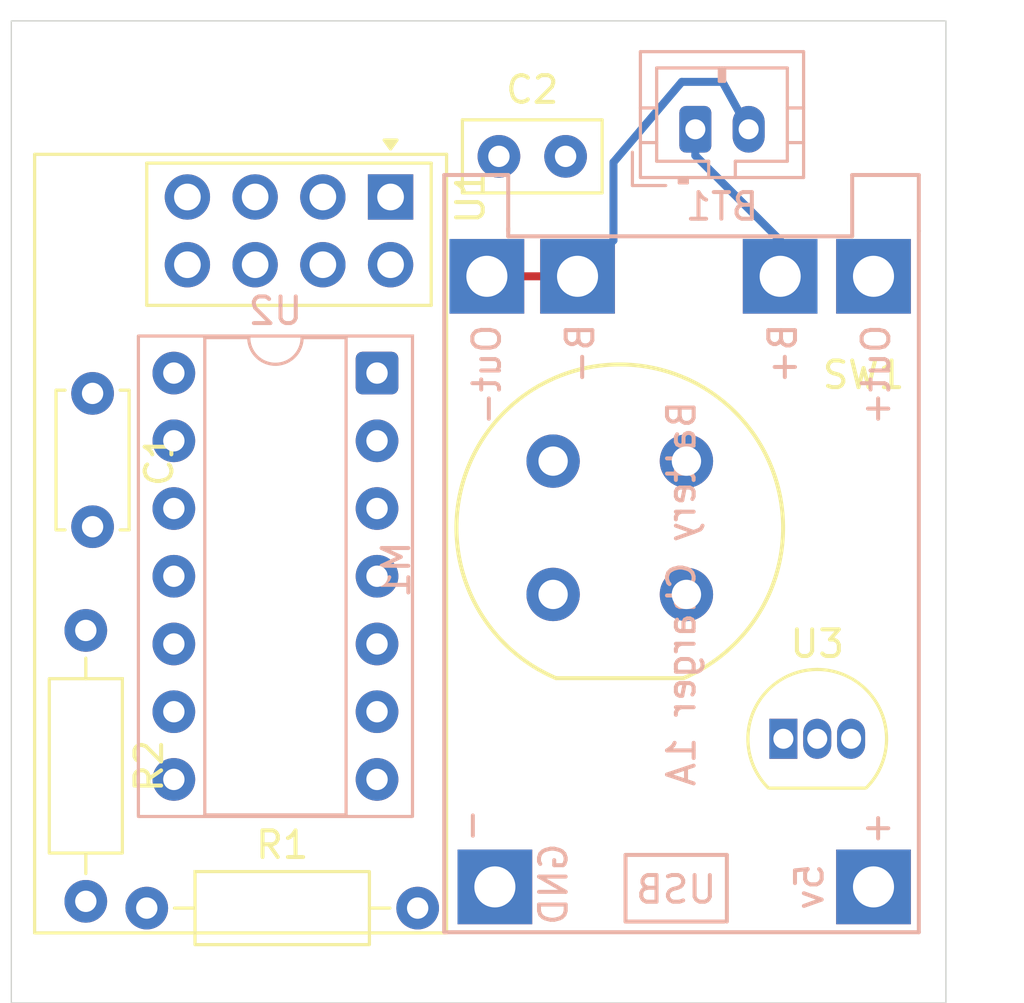
<source format=kicad_pcb>
(kicad_pcb (version 20241229) (generator "pcbnew") (generator_version "9.0")
  (title_block (title "nRF24 Button") (date "2025-12-19") (rev "1.0"))
  (layers (0 "F.Cu" signal) (2 "B.Cu" signal) (13 "F.Paste" user) (15 "B.Paste" user) (5 "F.SilkS" user "F.Silkscreen") (7 "B.SilkS" user "B.Silkscreen") (1 "F.Mask" user) (3 "B.Mask" user) (25 "Edge.Cuts" user))
  (net 0 "")
  (net 3 "Net-(BT1--)")
  (net 5 "Net-(BT1-+)")
  (net 10 "Net-(U1-VCC)")
  (net 11 "Net-(M1-Out+)")
  (net 12 "Net-(U2-AREF{slash}PA0)")
  (net 13 "Net-(U1-CE)")
  (net 14 "Net-(U1-~{CSN})")
  (net 15 "Net-(U1-MOSI)")
  (net 16 "Net-(U1-SCK)")
  (net 17 "Net-(U1-MISO)")
  (net 20 "Net-(U2-PA3)")
  (footprint "Resistor_THT:R_Axial_DIN0207_L6.3mm_D2.5mm_P10.16mm_Horizontal" (layer "F.Cu") (at 120.396 123.19 -90)
    (property "Reference" "R2" (at 5.08 -2.37 90) (layer "F.SilkS"))
    (property "Value" "100k")
    (fp_line (start 1.04 0) (end 1.81 0) (stroke (width 0.12)) (layer "F.SilkS"))
    (fp_line (start 9.12 0) (end 8.35 0) (stroke (width 0.12)) (layer "F.SilkS"))
    (fp_rect (start 1.81 -1.37) (end 8.35 1.37) (stroke (width 0.12)) (fill no) (layer "F.SilkS"))
    (pad "1" thru_hole circle (at 0 0 270) (size 1.6 1.6) (drill 0.8) (layers "*.Cu" "*.Mask") (net 12 "Net-(U2-AREF{slash}PA0)"))
    (pad "2" thru_hole circle (at 10.16 0 270) (size 1.6 1.6) (drill 0.8) (layers "*.Cu" "*.Mask") (net 3 "Net-(BT1--)"))
  )
  (footprint "RF_Module:nRF24L01_Breakout" (layer "F.Cu") (at 131.826 106.934 -90)
    (property "Reference" "U1" (at 0 -3 90) (layer "F.SilkS"))
    (property "Value" "NRF24L01")
    (fp_line (start -1.6 13.35) (end -1.6 -2.1) (stroke (width 0.12)) (layer "F.SilkS"))
    (fp_line (start 27.6 13.35) (end -1.6 13.35) (stroke (width 0.12)) (layer "F.SilkS"))
    (fp_line (start -1.27 9.144) (end -1.27 9.144) (stroke (width 0.12)) (layer "F.SilkS"))
    (fp_line (start -1.27 9.144) (end -1.27 -1.524) (stroke (width 0.12)) (layer "F.SilkS"))
    (fp_line (start 4.064 9.144) (end -1.27 9.144) (stroke (width 0.12)) (layer "F.SilkS"))
    (fp_line (start -1.27 -1.524) (end -1.27 -1.524) (stroke (width 0.12)) (layer "F.SilkS"))
    (fp_line (start -1.27 -1.524) (end 4.064 -1.524) (stroke (width 0.12)) (layer "F.SilkS"))
    (fp_line (start 4.064 -1.524) (end 4.064 9.144) (stroke (width 0.12)) (layer "F.SilkS"))
    (fp_line (start -1.6 -2.1) (end -1.6 -2.1) (stroke (width 0.12)) (layer "F.SilkS"))
    (fp_line (start -1.6 -2.1) (end 27.6 -2.1) (stroke (width 0.12)) (layer "F.SilkS"))
    (fp_line (start 27.6 -2.1) (end 27.6 13.35) (stroke (width 0.12)) (layer "F.SilkS"))
    (fp_poly (pts (xy -1.8 0) (xy -2.136 0.24) (xy -2.136 -0.24) (xy -1.8 0)) (stroke (width 0.12)) (fill yes) (layer "F.SilkS"))
    (pad "1" thru_hole rect (at 0 0 270) (size 1.7 1.7) (drill 1) (layers "*.Cu" "*.Mask") (net 3 "Net-(BT1--)"))
    (pad "2" thru_hole circle (at 2.54 0 270) (size 1.7 1.7) (drill 1) (layers "*.Cu" "*.Mask") (net 10 "Net-(U1-VCC)"))
    (pad "3" thru_hole circle (at 0 2.54 270) (size 1.7 1.7) (drill 1) (layers "*.Cu" "*.Mask") (net 13 "Net-(U1-CE)"))
    (pad "4" thru_hole circle (at 2.54 2.54 270) (size 1.7 1.7) (drill 1) (layers "*.Cu" "*.Mask") (net 14 "Net-(U1-~{CSN})"))
    (pad "5" thru_hole circle (at 0 5.08 270) (size 1.7 1.7) (drill 1) (layers "*.Cu" "*.Mask") (net 16 "Net-(U1-SCK)"))
    (pad "6" thru_hole circle (at 2.54 5.08 270) (size 1.7 1.7) (drill 1) (layers "*.Cu" "*.Mask") (net 15 "Net-(U1-MOSI)"))
    (pad "7" thru_hole circle (at 0 7.62 270) (size 1.7 1.7) (drill 1) (layers "*.Cu" "*.Mask") (net 17 "Net-(U1-MISO)"))
    (pad "8" thru_hole circle (at 2.54 7.62 270) (size 1.7 1.7) (drill 1) (layers "*.Cu" "*.Mask"))
  )
  (footprint "Resistor_THT:R_Axial_DIN0207_L6.3mm_D2.5mm_P10.16mm_Horizontal" (layer "F.Cu") (at 122.682 133.604)
    (property "Reference" "R1" (at 5.08 -2.37 0) (layer "F.SilkS"))
    (property "Value" "R")
    (fp_line (start 1.04 0) (end 1.81 0) (stroke (width 0.12)) (layer "F.SilkS"))
    (fp_line (start 9.12 0) (end 8.35 0) (stroke (width 0.12)) (layer "F.SilkS"))
    (fp_rect (start 1.81 -1.37) (end 8.35 1.37) (stroke (width 0.12)) (fill no) (layer "F.SilkS"))
    (pad "1" thru_hole circle (at 0 0) (size 1.6 1.6) (drill 0.8) (layers "*.Cu" "*.Mask") (net 11 "Net-(M1-Out+)"))
    (pad "2" thru_hole circle (at 10.16 0) (size 1.6 1.6) (drill 0.8) (layers "*.Cu" "*.Mask") (net 12 "Net-(U2-AREF{slash}PA0)"))
  )
  (footprint "Button_Switch_THT:Push_E-Switch_KS01Q01" (layer "F.Cu") (at 137.922 116.84)
    (property "Reference" "SW1" (at 11.644 -3.23 0) (layer "F.SilkS"))
    (property "Value" "SW_Push_Dual")
    (fp_line (start 4.89 8.14) (end 0.11 8.14) (stroke (width 0.15)) (layer "F.SilkS"))
    (fp_arc (start 0.11 8.14) (mid 2.496283 -3.625495) (end 4.896843 8.137095) (stroke (width 0.15)) (layer "F.SilkS"))
    (pad "1" thru_hole circle (at 0 0) (size 2 2) (drill 1.1) (layers "*.Cu" "*.Mask"))
    (pad "2" thru_hole circle (at 5 0) (size 2 2) (drill 1.1) (layers "*.Cu" "*.Mask"))
    (pad "3" thru_hole circle (at 0 5) (size 2 2) (drill 1.1) (layers "*.Cu" "*.Mask") (net 3 "Net-(BT1--)"))
    (pad "4" thru_hole circle (at 5 5) (size 2 2) (drill 1.1) (layers "*.Cu" "*.Mask") (net 20 "Net-(U2-PA3)"))
  )
  (footprint "Capacitor_THT:C_Disc_D5.0mm_W2.5mm_P5.00mm" (layer "F.Cu") (at 120.65 114.3 -90)
    (property "Reference" "C1" (at 2.5 -2.5 90) (layer "F.SilkS"))
    (property "Value" "2.2uF")
    (fp_line (start -0.12 1.37) (end -0.12 1.033) (stroke (width 0.12)) (layer "F.SilkS"))
    (fp_line (start 5.12 1.37) (end -0.12 1.37) (stroke (width 0.12)) (layer "F.SilkS"))
    (fp_line (start 5.12 1.033) (end 5.12 1.37) (stroke (width 0.12)) (layer "F.SilkS"))
    (fp_line (start -0.12 -1.033) (end -0.12 -1.37) (stroke (width 0.12)) (layer "F.SilkS"))
    (fp_line (start -0.12 -1.37) (end 5.12 -1.37) (stroke (width 0.12)) (layer "F.SilkS"))
    (fp_line (start 5.12 -1.37) (end 5.12 -1.033) (stroke (width 0.12)) (layer "F.SilkS"))
    (pad "1" thru_hole circle (at 0 0 270) (size 1.6 1.6) (drill 0.8) (layers "*.Cu" "*.Mask") (net 3 "Net-(BT1--)"))
    (pad "2" thru_hole circle (at 5 0 270) (size 1.6 1.6) (drill 0.8) (layers "*.Cu" "*.Mask") (net 10 "Net-(U1-VCC)"))
  )
  (footprint "Package_TO_SOT_THT:TO-92_Inline" (layer "F.Cu") (at 146.558 127.254)
    (property "Reference" "U3" (at 1.27 -3.56 0) (layer "F.SilkS"))
    (property "Value" "MCP1700x-330xxTO")
    (fp_line (start -0.53 1.85) (end 3.07 1.85) (stroke (width 0.12)) (layer "F.SilkS"))
    (fp_arc (start -0.568478 1.838478) (mid -1.132087 -0.994977) (end 1.27 -2.6) (stroke (width 0.12)) (layer "F.SilkS"))
    (fp_arc (start 1.27 -2.6) (mid 3.672087 -0.994977) (end 3.108478 1.838478) (stroke (width 0.12)) (layer "F.SilkS"))
    (pad "1" thru_hole rect (at 0 0) (size 1.05 1.5) (drill 0.75) (layers "*.Cu" "*.Mask") (net 3 "Net-(BT1--)"))
    (pad "2" thru_hole oval (at 1.27 0) (size 1.05 1.5) (drill 0.75) (layers "*.Cu" "*.Mask") (net 11 "Net-(M1-Out+)"))
    (pad "3" thru_hole oval (at 2.54 0) (size 1.05 1.5) (drill 0.75) (layers "*.Cu" "*.Mask") (net 10 "Net-(U1-VCC)"))
  )
  (footprint "Capacitor_THT:C_Disc_D5.0mm_W2.5mm_P2.50mm" (layer "F.Cu") (at 135.89 105.41)
    (property "Reference" "C2" (at 1.25 -2.5 0) (layer "F.SilkS"))
    (property "Value" "2.2uF")
    (fp_line (start -1.37 -1.37) (end 3.87 -1.37) (stroke (width 0.12)) (layer "F.SilkS"))
    (fp_line (start -1.37 1.37) (end -1.37 -1.37) (stroke (width 0.12)) (layer "F.SilkS"))
    (fp_line (start 3.87 -1.37) (end 3.87 1.37) (stroke (width 0.12)) (layer "F.SilkS"))
    (fp_line (start 3.87 1.37) (end -1.37 1.37) (stroke (width 0.12)) (layer "F.SilkS"))
    (pad "1" thru_hole circle (at 0 0) (size 1.6 1.6) (drill 0.8) (layers "*.Cu" "*.Mask") (net 3 "Net-(BT1--)"))
    (pad "2" thru_hole circle (at 2.5 0) (size 1.6 1.6) (drill 0.8) (layers "*.Cu" "*.Mask") (net 11 "Net-(M1-Out+)"))
  )
  (footprint "KiCad Library:TP4056-18650" (layer "B.Cu") (at 151.638 134.5085 90)
    (property "Reference" "M1" (at 13.6 -19.6 90) (layer "B.SilkS") (effects (justify mirror)))
    (property "Value" "TP4056")
    (fp_line (start 28.4 -17.8) (end 0 -17.8) (stroke (width 0.15)) (layer "B.SilkS"))
    (fp_line (start 0 -17.8) (end 0 0) (stroke (width 0.15)) (layer "B.SilkS"))
    (fp_line (start 28.4 -15.7) (end 28.4 -17.8) (stroke (width 0.15)) (layer "B.SilkS"))
    (fp_line (start 28.4 -15.4) (end 28.4 -15.7) (stroke (width 0.15)) (layer "B.SilkS"))
    (fp_line (start 26.3 -15.4) (end 28.4 -15.4) (stroke (width 0.15)) (layer "B.SilkS"))
    (fp_line (start 26.1 -15.4) (end 26.4 -15.4) (stroke (width 0.15)) (layer "B.SilkS"))
    (fp_line (start 2.9 -11) (end 0.4 -11) (stroke (width 0.15)) (layer "B.SilkS"))
    (fp_line (start 0.4 -11) (end 0.4 -7.3) (stroke (width 0.15)) (layer "B.SilkS"))
    (fp_line (start 2.9 -7.2) (end 2.9 -11) (stroke (width 0.15)) (layer "B.SilkS"))
    (fp_line (start 0.4 -7.2) (end 2.9 -7.2) (stroke (width 0.15)) (layer "B.SilkS"))
    (fp_line (start 28.4 -2.5) (end 26.1 -2.5) (stroke (width 0.15)) (layer "B.SilkS"))
    (fp_line (start 26.1 -2.5) (end 26.1 -15.4) (stroke (width 0.15)) (layer "B.SilkS"))
    (fp_line (start 28.4 0) (end 28.4 -2.5) (stroke (width 0.15)) (layer "B.SilkS"))
    (fp_line (start 26.3 0) (end 28.4 0) (stroke (width 0.15)) (layer "B.SilkS"))
    (fp_line (start 0 0) (end 26.3 0) (stroke (width 0.15)) (layer "B.SilkS"))
    (fp_text user "B+" (at 21.7 -5.1 90) (layer "B.SilkS") (effects (justify mirror)))
    (fp_text user "5v" (at 1.7 -4.1 90) (layer "B.SilkS") (effects (justify mirror)))
    (fp_text user "+" (at 3.9 -1.6 90) (layer "B.SilkS") (effects (justify mirror)))
    (fp_text user "USB" (at 1.6 -9.1 0) (layer "B.SilkS") (effects (justify mirror)))
    (fp_text user "-" (at 4 -16.8 90) (layer "B.SilkS") (effects (justify mirror)))
    (fp_text user "Out+" (at 20.9 -1.6 90) (layer "B.SilkS") (effects (justify mirror)))
    (fp_text user "B-" (at 21.7 -12.7 90) (layer "B.SilkS") (effects (justify mirror)))
    (fp_text user "GND" (at 1.8 -13.7 90) (layer "B.SilkS") (effects (justify mirror)))
    (fp_text user "Battery Charger 1A" (at 12.7 -8.9 90) (layer "B.SilkS") (effects (justify mirror)))
    (fp_text user "Out-" (at 20.9 -16.2 90) (layer "B.SilkS") (effects (justify mirror)))
    (pad "1" thru_hole rect (at 1.7 -1.7 90) (size 2.8 2.8) (drill 1.54) (layers "*.Cu" "*.Mask"))
    (pad "2" thru_hole rect (at 1.7 -15.9 90) (size 2.8 2.8) (drill 1.54) (layers "*.Cu" "*.Mask"))
    (pad "3" thru_hole rect (at 24.6 -1.7 90) (size 2.8 2.8) (drill 1.54) (layers "*.Cu" "*.Mask") (net 11 "Net-(M1-Out+)"))
    (pad "4" thru_hole rect (at 24.6 -16.2 90) (size 2.8 2.8) (drill 1.54) (layers "*.Cu" "*.Mask") (net 3 "Net-(BT1--)"))
    (pad "5" thru_hole rect (at 24.6 -5.2 90) (size 2.8 2.8) (drill 1.54) (layers "*.Cu" "*.Mask") (net 5 "Net-(BT1-+)"))
    (pad "6" thru_hole rect (at 24.6 -12.8 90) (size 2.8 2.8) (drill 1.54) (layers "*.Cu" "*.Mask") (net 3 "Net-(BT1--)"))
  )
  (footprint "Connector_JST:JST_PH_B2B-PH-K_1x02_P2.00mm_Vertical" (layer "B.Cu") (at 143.256 104.394)
    (property "Reference" "BT1" (at 1 2.9 0) (layer "B.SilkS") (effects (justify mirror)))
    (property "Value" "3.7V")
    (fp_line (start -2.36 2.11) (end -2.36 0.86) (stroke (width 0.12)) (layer "B.SilkS"))
    (fp_line (start -2.06 -2.91) (end 4.06 -2.91) (stroke (width 0.12)) (layer "B.SilkS"))
    (fp_line (start -2.06 -0.8) (end -1.45 -0.8) (stroke (width 0.12)) (layer "B.SilkS"))
    (fp_line (start -2.06 0.5) (end -1.45 0.5) (stroke (width 0.12)) (layer "B.SilkS"))
    (fp_line (start -2.06 1.81) (end -2.06 -2.91) (stroke (width 0.12)) (layer "B.SilkS"))
    (fp_line (start -1.45 -2.3) (end 3.45 -2.3) (stroke (width 0.12)) (layer "B.SilkS"))
    (fp_line (start -1.45 1.2) (end -1.45 -2.3) (stroke (width 0.12)) (layer "B.SilkS"))
    (fp_line (start -1.11 2.11) (end -2.36 2.11) (stroke (width 0.12)) (layer "B.SilkS"))
    (fp_line (start -0.6 2.01) (end -0.6 1.81) (stroke (width 0.12)) (layer "B.SilkS"))
    (fp_line (start -0.3 1.81) (end -0.3 2.01) (stroke (width 0.12)) (layer "B.SilkS"))
    (fp_line (start -0.3 1.91) (end -0.6 1.91) (stroke (width 0.12)) (layer "B.SilkS"))
    (fp_line (start -0.3 2.01) (end -0.6 2.01) (stroke (width 0.12)) (layer "B.SilkS"))
    (fp_line (start 0.5 1.2) (end -1.45 1.2) (stroke (width 0.12)) (layer "B.SilkS"))
    (fp_line (start 0.5 1.81) (end 0.5 1.2) (stroke (width 0.12)) (layer "B.SilkS"))
    (fp_line (start 0.9 -2.3) (end 0.9 -1.8) (stroke (width 0.12)) (layer "B.SilkS"))
    (fp_line (start 0.9 -1.8) (end 1.1 -1.8) (stroke (width 0.12)) (layer "B.SilkS"))
    (fp_line (start 1 -2.3) (end 1 -1.8) (stroke (width 0.12)) (layer "B.SilkS"))
    (fp_line (start 1.1 -1.8) (end 1.1 -2.3) (stroke (width 0.12)) (layer "B.SilkS"))
    (fp_line (start 1.5 1.2) (end 1.5 1.81) (stroke (width 0.12)) (layer "B.SilkS"))
    (fp_line (start 3.45 -2.3) (end 3.45 1.2) (stroke (width 0.12)) (layer "B.SilkS"))
    (fp_line (start 3.45 1.2) (end 1.5 1.2) (stroke (width 0.12)) (layer "B.SilkS"))
    (fp_line (start 4.06 -2.91) (end 4.06 1.81) (stroke (width 0.12)) (layer "B.SilkS"))
    (fp_line (start 4.06 -0.8) (end 3.45 -0.8) (stroke (width 0.12)) (layer "B.SilkS"))
    (fp_line (start 4.06 0.5) (end 3.45 0.5) (stroke (width 0.12)) (layer "B.SilkS"))
    (fp_line (start 4.06 1.81) (end -2.06 1.81) (stroke (width 0.12)) (layer "B.SilkS"))
    (pad "1" thru_hole roundrect (at 0 0) (size 1.2 1.75) (drill 0.75) (layers "*.Cu" "*.Mask") (roundrect_rratio 0.208333) (net 5 "Net-(BT1-+)"))
    (pad "2" thru_hole oval (at 2 0) (size 1.2 1.75) (drill 0.75) (layers "*.Cu" "*.Mask") (net 3 "Net-(BT1--)"))
  )
  (footprint "Package_DIP:DIP-14_W7.62mm_Socket" (layer "B.Cu") (at 131.318 113.538 180)
    (property "Reference" "U2" (at 3.81 2.33 0) (layer "B.SilkS") (effects (justify mirror)))
    (property "Value" "ATtiny84")
    (fp_line (start 6.46 1.33) (end 4.81 1.33) (stroke (width 0.12)) (layer "B.SilkS"))
    (fp_line (start 6.46 -16.57) (end 6.46 1.33) (stroke (width 0.12)) (layer "B.SilkS"))
    (fp_line (start 2.81 1.33) (end 1.16 1.33) (stroke (width 0.12)) (layer "B.SilkS"))
    (fp_line (start 1.16 1.33) (end 1.16 -16.57) (stroke (width 0.12)) (layer "B.SilkS"))
    (fp_line (start 1.16 -16.57) (end 6.46 -16.57) (stroke (width 0.12)) (layer "B.SilkS"))
    (fp_rect (start -1.33 1.39) (end 8.95 -16.63) (stroke (width 0.12)) (fill no) (layer "B.SilkS"))
    (fp_arc (start 2.81 1.33) (mid 3.81 0.33) (end 4.81 1.33) (stroke (width 0.12)) (layer "B.SilkS"))
    (pad "1" thru_hole roundrect (at 0 0 180) (size 1.6 1.6) (drill 0.8) (layers "*.Cu" "*.Mask") (roundrect_rratio 0.15625) (net 11 "Net-(M1-Out+)"))
    (pad "2" thru_hole circle (at 0 -2.54 180) (size 1.6 1.6) (drill 0.8) (layers "*.Cu" "*.Mask"))
    (pad "3" thru_hole circle (at 0 -5.08 180) (size 1.6 1.6) (drill 0.8) (layers "*.Cu" "*.Mask") (net 13 "Net-(U1-CE)"))
    (pad "4" thru_hole circle (at 0 -7.62 180) (size 1.6 1.6) (drill 0.8) (layers "*.Cu" "*.Mask"))
    (pad "5" thru_hole circle (at 0 -10.16 180) (size 1.6 1.6) (drill 0.8) (layers "*.Cu" "*.Mask") (net 14 "Net-(U1-~{CSN})"))
    (pad "6" thru_hole circle (at 0 -12.7 180) (size 1.6 1.6) (drill 0.8) (layers "*.Cu" "*.Mask"))
    (pad "7" thru_hole circle (at 0 -15.24 180) (size 1.6 1.6) (drill 0.8) (layers "*.Cu" "*.Mask") (net 17 "Net-(U1-MISO)"))
    (pad "8" thru_hole circle (at 7.62 -15.24 180) (size 1.6 1.6) (drill 0.8) (layers "*.Cu" "*.Mask") (net 15 "Net-(U1-MOSI)"))
    (pad "9" thru_hole circle (at 7.62 -12.7 180) (size 1.6 1.6) (drill 0.8) (layers "*.Cu" "*.Mask") (net 16 "Net-(U1-SCK)"))
    (pad "10" thru_hole circle (at 7.62 -10.16 180) (size 1.6 1.6) (drill 0.8) (layers "*.Cu" "*.Mask") (net 20 "Net-(U2-PA3)"))
    (pad "11" thru_hole circle (at 7.62 -7.62 180) (size 1.6 1.6) (drill 0.8) (layers "*.Cu" "*.Mask"))
    (pad "12" thru_hole circle (at 7.62 -5.08 180) (size 1.6 1.6) (drill 0.8) (layers "*.Cu" "*.Mask"))
    (pad "13" thru_hole circle (at 7.62 -2.54 180) (size 1.6 1.6) (drill 0.8) (layers "*.Cu" "*.Mask") (net 12 "Net-(U2-AREF{slash}PA0)"))
    (pad "14" thru_hole circle (at 7.62 0 180) (size 1.6 1.6) (drill 0.8) (layers "*.Cu" "*.Mask") (net 3 "Net-(BT1--)"))
  )
  (gr_rect (start 117.602 100.33) (end 152.654 137.16) (stroke (width 0.05)) (fill no) (layer "Edge.Cuts"))
  (segment (start 135.438 109.9085) (end 138.838 109.9085) (width 0.3) (layer "F.Cu") (net 3))
  (segment (start 144.272 102.616) (end 142.748 102.616) (width 0.3) (layer "B.Cu") (net 3))
  (segment (start 140.1855 105.63263) (end 140.1855 108.561) (width 0.3) (layer "B.Cu") (net 3))
  (segment (start 142.748 102.616) (end 140.1855 105.63263) (width 0.3) (layer "B.Cu") (net 3))
  (segment (start 140.1855 108.561) (end 138.838 109.9085) (width 0.3) (layer "B.Cu") (net 3))
  (segment (start 145.256 104.394) (end 144.272 102.616) (width 0.3) (layer "B.Cu") (net 3))
  (segment (start 143.256 105.379) (end 146.438 108.561) (width 0.3) (layer "B.Cu") (net 5))
  (segment (start 143.256 104.394) (end 143.256 105.379) (width 0.3) (layer "B.Cu") (net 5))
  (segment (start 146.438 108.561) (end 146.438 109.9085) (width 0.3) (layer "B.Cu") (net 5))
)
</source>
